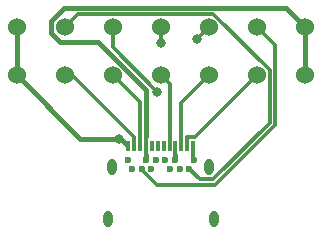
<source format=gbr>
%TF.GenerationSoftware,KiCad,Pcbnew,7.0.5*%
%TF.CreationDate,2024-02-16T09:22:18-05:00*%
%TF.ProjectId,female_connector,66656d61-6c65-45f6-936f-6e6e6563746f,rev?*%
%TF.SameCoordinates,Original*%
%TF.FileFunction,Copper,L1,Top*%
%TF.FilePolarity,Positive*%
%FSLAX46Y46*%
G04 Gerber Fmt 4.6, Leading zero omitted, Abs format (unit mm)*
G04 Created by KiCad (PCBNEW 7.0.5) date 2024-02-16 09:22:18*
%MOMM*%
%LPD*%
G01*
G04 APERTURE LIST*
%TA.AperFunction,SMDPad,CuDef*%
%ADD10C,1.524000*%
%TD*%
%TA.AperFunction,SMDPad,CuDef*%
%ADD11R,0.300000X0.900000*%
%TD*%
%TA.AperFunction,ComponentPad*%
%ADD12C,0.600000*%
%TD*%
%TA.AperFunction,ComponentPad*%
%ADD13O,0.800000X1.400000*%
%TD*%
%TA.AperFunction,ViaPad*%
%ADD14C,0.800000*%
%TD*%
%TA.AperFunction,Conductor*%
%ADD15C,0.300000*%
%TD*%
%TA.AperFunction,Conductor*%
%ADD16C,0.400000*%
%TD*%
%TA.AperFunction,Conductor*%
%ADD17C,0.299800*%
%TD*%
G04 APERTURE END LIST*
D10*
%TO.P,J1,1,Pin_1a*%
%TO.N,GND*%
X128143000Y-77724000D03*
%TO.P,J1,2,Pin_2a*%
%TO.N,/CAN2_H*%
X132207000Y-77724000D03*
%TO.P,J1,3,Pin_3a*%
%TO.N,/CAN2_L*%
X136271000Y-77724000D03*
%TO.P,J1,4,Pin_4a*%
%TO.N,/SBU2*%
X140335000Y-77724000D03*
%TO.P,J1,5,Pin_5a*%
%TO.N,/CAN3_H*%
X144399000Y-77724000D03*
%TO.P,J1,6,Pin_6a*%
%TO.N,/CAN3_L*%
X148463000Y-77724000D03*
%TO.P,J1,7,Pin_7a*%
%TO.N,+12V*%
X152527000Y-77724000D03*
%TO.P,J1,8,Pin_1b*%
%TO.N,GND*%
X128143000Y-81788000D03*
%TO.P,J1,9,Pin_2b*%
%TO.N,/CAN0_H*%
X132207000Y-81788000D03*
%TO.P,J1,10,Pin_3b*%
%TO.N,/CAN0_L*%
X136271000Y-81788000D03*
%TO.P,J1,11,Pin_4b*%
%TO.N,/SBU1*%
X140335000Y-81788000D03*
%TO.P,J1,12,Pin_5b*%
%TO.N,/CAN1_L*%
X144399000Y-81788000D03*
%TO.P,J1,13,Pin_6b*%
%TO.N,/CAN1_H*%
X148463000Y-81788000D03*
%TO.P,J1,14,Pin_7b*%
%TO.N,+12V*%
X152527000Y-81788000D03*
%TD*%
D11*
%TO.P,J2,A1,a1*%
%TO.N,GND*%
X137585000Y-87780000D03*
%TO.P,J2,A2,a2*%
%TO.N,/CAN0_H*%
X138085000Y-87780000D03*
%TO.P,J2,A3,a3*%
%TO.N,/CAN0_L*%
X138585000Y-87780000D03*
%TO.P,J2,A4,a4*%
%TO.N,+12V*%
X139085000Y-87780000D03*
%TO.P,J2,A5,a5*%
%TO.N,unconnected-(J2-a5-PadA5)*%
X139585000Y-87780000D03*
%TO.P,J2,A6,a6*%
%TO.N,unconnected-(J2-a6-PadA6)*%
X140085000Y-87780000D03*
%TO.P,J2,A7,a7*%
%TO.N,unconnected-(J2-a7-PadA7)*%
X140585000Y-87780000D03*
%TO.P,J2,A8,A8*%
%TO.N,/SBU1*%
X141085000Y-87780000D03*
%TO.P,J2,A9,a9*%
%TO.N,+12V*%
X141585000Y-87780000D03*
%TO.P,J2,A10,a10*%
%TO.N,/CAN1_L*%
X142085000Y-87780000D03*
%TO.P,J2,A11,a11*%
%TO.N,/CAN1_H*%
X142585000Y-87780000D03*
%TO.P,J2,A12,a12*%
%TO.N,GND*%
X143085000Y-87780000D03*
D12*
%TO.P,J2,B1,b1*%
X143135000Y-88990000D03*
%TO.P,J2,B2,b2*%
%TO.N,/CAN2_H*%
X142735000Y-89690000D03*
%TO.P,J2,B3,b3*%
%TO.N,/CAN2_L*%
X141935000Y-89690000D03*
%TO.P,J2,B4,b4*%
%TO.N,+12V*%
X141535000Y-88990000D03*
%TO.P,J2,B5,b5*%
%TO.N,unconnected-(J2-b5-PadB5)*%
X141135000Y-89690000D03*
%TO.P,J2,B6,b6*%
%TO.N,unconnected-(J2-b6-PadB6)*%
X140735000Y-88990000D03*
%TO.P,J2,B7,b7*%
%TO.N,unconnected-(J2-b7-PadB7)*%
X139935000Y-88990000D03*
%TO.P,J2,B8,b8*%
%TO.N,/SBU2*%
X139535000Y-89690000D03*
%TO.P,J2,B9,b9*%
%TO.N,+12V*%
X139135000Y-88990000D03*
%TO.P,J2,B10,b10*%
%TO.N,/CAN3_L*%
X138735000Y-89690000D03*
%TO.P,J2,B11,b11*%
%TO.N,/CAN3_H*%
X137935000Y-89690000D03*
%TO.P,J2,B12,b12*%
%TO.N,GND*%
X137535000Y-88990000D03*
D13*
%TO.P,J2,S1*%
%TO.N,N/C*%
X136205000Y-89580000D03*
%TO.P,J2,S2*%
X144465000Y-89580000D03*
%TO.P,J2,S3*%
X135845000Y-93980000D03*
%TO.P,J2,S4*%
X144825000Y-93980000D03*
%TD*%
D14*
%TO.N,/CAN3_H*%
X143426300Y-78696700D03*
%TO.N,/SBU2*%
X140335000Y-79056500D03*
%TO.N,/CAN2_L*%
X140052800Y-83171700D03*
%TO.N,GND*%
X136841800Y-87192900D03*
%TD*%
D15*
%TO.N,/CAN3_H*%
X143426300Y-78696700D02*
X144399000Y-77724000D01*
%TO.N,/CAN3_L*%
X150003100Y-79264100D02*
X148463000Y-77724000D01*
X150003100Y-86004400D02*
X150003100Y-79264100D01*
X144937800Y-91069700D02*
X150003100Y-86004400D01*
X139999100Y-91069700D02*
X144937800Y-91069700D01*
X138735000Y-89805600D02*
X139999100Y-91069700D01*
X138735000Y-89690000D02*
X138735000Y-89805600D01*
%TO.N,/SBU2*%
X140335000Y-79056500D02*
X140335000Y-77724000D01*
%TO.N,/CAN2_L*%
X136271000Y-79389900D02*
X140052800Y-83171700D01*
X136271000Y-77724000D02*
X136271000Y-79389900D01*
%TO.N,/CAN2_H*%
X143662800Y-90617800D02*
X142735000Y-89690000D01*
X144750700Y-90617800D02*
X143662800Y-90617800D01*
X149551200Y-85817300D02*
X144750700Y-90617800D01*
X149551200Y-81363400D02*
X149551200Y-85817300D01*
X144808200Y-76620400D02*
X149551200Y-81363400D01*
X133310600Y-76620400D02*
X144808200Y-76620400D01*
X132207000Y-77724000D02*
X133310600Y-76620400D01*
%TO.N,/CAN1_H*%
X143222900Y-87028100D02*
X148463000Y-81788000D01*
X142585000Y-87028100D02*
X143222900Y-87028100D01*
X142585000Y-87780000D02*
X142585000Y-87028100D01*
%TO.N,/CAN1_L*%
X142085000Y-84102000D02*
X144399000Y-81788000D01*
X142085000Y-87780000D02*
X142085000Y-84102000D01*
%TO.N,/SBU1*%
X141085000Y-82538000D02*
X141085000Y-87780000D01*
X140335000Y-81788000D02*
X141085000Y-82538000D01*
D16*
%TO.N,GND*%
X128143000Y-77724000D02*
X128143000Y-81788000D01*
D17*
X143047500Y-87817500D02*
X143085000Y-87780000D01*
X143047500Y-88902500D02*
X143047500Y-87817500D01*
X143135000Y-88990000D02*
X143047500Y-88902500D01*
X137437300Y-87632300D02*
X137585000Y-87780000D01*
D16*
X136997900Y-87192900D02*
X136841800Y-87192900D01*
X137437300Y-87632300D02*
X136997900Y-87192900D01*
X133547900Y-87192900D02*
X128143000Y-81788000D01*
X136841800Y-87192900D02*
X133547900Y-87192900D01*
D15*
%TO.N,/CAN0_L*%
X138583100Y-87778100D02*
X138585000Y-87780000D01*
X138583100Y-84100100D02*
X138583100Y-87778100D01*
X136271000Y-81788000D02*
X138583100Y-84100100D01*
%TO.N,/CAN0_H*%
X132844900Y-81788000D02*
X132207000Y-81788000D01*
X138085000Y-87028100D02*
X132844900Y-81788000D01*
X138085000Y-87780000D02*
X138085000Y-87028100D01*
D16*
%TO.N,+12V*%
X141585000Y-88940000D02*
X141585000Y-88582100D01*
X141535000Y-88990000D02*
X141585000Y-88940000D01*
D17*
X141585000Y-88582100D02*
X141585000Y-87780000D01*
D16*
X139085000Y-88940000D02*
X139085000Y-88582100D01*
X139135000Y-88990000D02*
X139085000Y-88940000D01*
D17*
X139085000Y-88582100D02*
X139085000Y-87780000D01*
X139085000Y-86977900D02*
X139085000Y-87780000D01*
D16*
X152527000Y-81788000D02*
X152527000Y-77724000D01*
X139085000Y-83009400D02*
X139085000Y-86977900D01*
X135045000Y-78969400D02*
X139085000Y-83009400D01*
X131845400Y-78969400D02*
X135045000Y-78969400D01*
X131084800Y-78208800D02*
X131845400Y-78969400D01*
X131084800Y-77199000D02*
X131084800Y-78208800D01*
X132171200Y-76112600D02*
X131084800Y-77199000D01*
X150915600Y-76112600D02*
X132171200Y-76112600D01*
X152527000Y-77724000D02*
X150915600Y-76112600D01*
%TD*%
M02*

</source>
